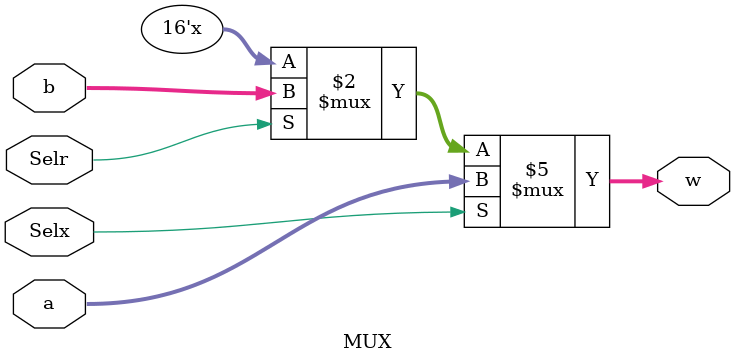
<source format=v>
`timescale 1ps/1ps

module MUX(input[15:0] a,b,input Selx,Selr,output reg[15:0] w);

	always@(Selx,Selr) begin
		if(Selx) w<=a;else begin
			if(Selr) w<=b;
		end
	end		
	
endmodule
</source>
